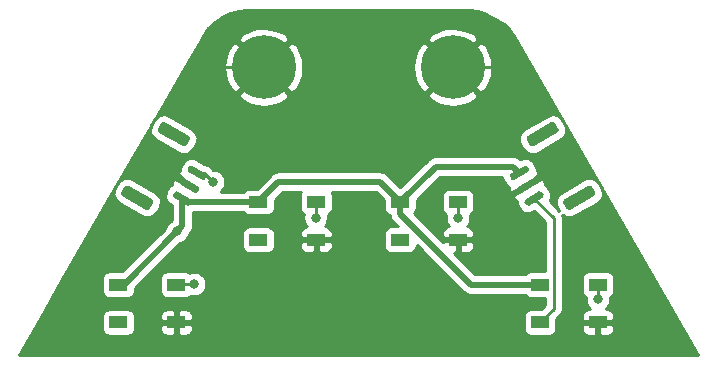
<source format=gbr>
%TF.GenerationSoftware,KiCad,Pcbnew,(5.1.6)-1*%
%TF.CreationDate,2020-11-09T21:27:46-05:00*%
%TF.ProjectId,LIghtBoard,4c496768-7442-46f6-9172-642e6b696361,rev?*%
%TF.SameCoordinates,Original*%
%TF.FileFunction,Copper,L1,Top*%
%TF.FilePolarity,Positive*%
%FSLAX46Y46*%
G04 Gerber Fmt 4.6, Leading zero omitted, Abs format (unit mm)*
G04 Created by KiCad (PCBNEW (5.1.6)-1) date 2020-11-09 21:27:46*
%MOMM*%
%LPD*%
G01*
G04 APERTURE LIST*
%TA.AperFunction,ComponentPad*%
%ADD10C,5.400000*%
%TD*%
%TA.AperFunction,SMDPad,CuDef*%
%ADD11R,1.500000X1.000000*%
%TD*%
%TA.AperFunction,ViaPad*%
%ADD12C,0.800000*%
%TD*%
%TA.AperFunction,Conductor*%
%ADD13C,0.250000*%
%TD*%
%TA.AperFunction,Conductor*%
%ADD14C,0.500000*%
%TD*%
%TA.AperFunction,Conductor*%
%ADD15C,0.254000*%
%TD*%
G04 APERTURE END LIST*
D10*
%TO.P,H1,1*%
%TO.N,GND*%
X123900000Y-85100000D03*
%TD*%
D11*
%TO.P,D4,3*%
%TO.N,GND*%
X152200000Y-106700000D03*
%TO.P,D4,4*%
%TO.N,Net-(D1-Pad4)*%
X152200000Y-103500000D03*
%TO.P,D4,2*%
%TO.N,/Dout*%
X147300000Y-106700000D03*
%TO.P,D4,1*%
%TO.N,5V*%
X147300000Y-103500000D03*
%TD*%
%TO.P,D3,3*%
%TO.N,GND*%
X140350000Y-99700000D03*
%TO.P,D3,4*%
%TO.N,Net-(D1-Pad4)*%
X140350000Y-96500000D03*
%TO.P,D3,2*%
%TO.N,Net-(D3-Pad2)*%
X135450000Y-99700000D03*
%TO.P,D3,1*%
%TO.N,5V*%
X135450000Y-96500000D03*
%TD*%
%TO.P,D2,3*%
%TO.N,GND*%
X128350000Y-99700000D03*
%TO.P,D2,4*%
%TO.N,Net-(D1-Pad4)*%
X128350000Y-96500000D03*
%TO.P,D2,2*%
%TO.N,Net-(D2-Pad2)*%
X123450000Y-99700000D03*
%TO.P,D2,1*%
%TO.N,5V*%
X123450000Y-96500000D03*
%TD*%
%TO.P,J2,MP*%
%TO.N,N/C*%
%TA.AperFunction,SMDPad,CuDef*%
G36*
G01*
X149366507Y-96276666D02*
X151358365Y-95126667D01*
G75*
G02*
X151699871Y-95218173I125000J-216506D01*
G01*
X151949871Y-95651185D01*
G75*
G02*
X151858365Y-95992691I-216506J-125000D01*
G01*
X149866507Y-97142691D01*
G75*
G02*
X149525001Y-97051185I-125000J216506D01*
G01*
X149275001Y-96618173D01*
G75*
G02*
X149366507Y-96276667I216506J125000D01*
G01*
G37*
%TD.AperFunction*%
%TA.AperFunction,SMDPad,CuDef*%
G36*
G01*
X146266507Y-90907308D02*
X148258365Y-89757309D01*
G75*
G02*
X148599871Y-89848815I125000J-216506D01*
G01*
X148849871Y-90281827D01*
G75*
G02*
X148758365Y-90623333I-216506J-125000D01*
G01*
X146766507Y-91773333D01*
G75*
G02*
X146425001Y-91681827I-125000J216506D01*
G01*
X146175001Y-91248815D01*
G75*
G02*
X146266507Y-90907309I216506J125000D01*
G01*
G37*
%TD.AperFunction*%
%TO.P,J2,3*%
%TO.N,/Dout*%
%TA.AperFunction,SMDPad,CuDef*%
G36*
G01*
X146030032Y-96297724D02*
X147242468Y-95597724D01*
G75*
G02*
X147447372Y-95652628I75000J-129904D01*
G01*
X147597372Y-95912436D01*
G75*
G02*
X147542468Y-96117340I-129904J-75000D01*
G01*
X146330032Y-96817340D01*
G75*
G02*
X146125128Y-96762436I-75000J129904D01*
G01*
X145975128Y-96502628D01*
G75*
G02*
X146030032Y-96297724I129904J75000D01*
G01*
G37*
%TD.AperFunction*%
%TO.P,J2,2*%
%TO.N,GND*%
%TA.AperFunction,SMDPad,CuDef*%
G36*
G01*
X145405032Y-95215192D02*
X146617468Y-94515192D01*
G75*
G02*
X146822372Y-94570096I75000J-129904D01*
G01*
X146972372Y-94829904D01*
G75*
G02*
X146917468Y-95034808I-129904J-75000D01*
G01*
X145705032Y-95734808D01*
G75*
G02*
X145500128Y-95679904I-75000J129904D01*
G01*
X145350128Y-95420096D01*
G75*
G02*
X145405032Y-95215192I129904J75000D01*
G01*
G37*
%TD.AperFunction*%
%TO.P,J2,1*%
%TO.N,5V*%
%TA.AperFunction,SMDPad,CuDef*%
G36*
G01*
X144780032Y-94132660D02*
X145992468Y-93432660D01*
G75*
G02*
X146197372Y-93487564I75000J-129904D01*
G01*
X146347372Y-93747372D01*
G75*
G02*
X146292468Y-93952276I-129904J-75000D01*
G01*
X145080032Y-94652276D01*
G75*
G02*
X144875128Y-94597372I-75000J129904D01*
G01*
X144725128Y-94337564D01*
G75*
G02*
X144780032Y-94132660I129904J75000D01*
G01*
G37*
%TD.AperFunction*%
%TD*%
%TO.P,J1,MP*%
%TO.N,N/C*%
%TA.AperFunction,SMDPad,CuDef*%
G36*
G01*
X117033493Y-91773334D02*
X115041635Y-90623333D01*
G75*
G02*
X114950129Y-90281827I125000J216506D01*
G01*
X115200129Y-89848815D01*
G75*
G02*
X115541635Y-89757309I216506J-125000D01*
G01*
X117533493Y-90907309D01*
G75*
G02*
X117624999Y-91248815I-125000J-216506D01*
G01*
X117374999Y-91681827D01*
G75*
G02*
X117033493Y-91773333I-216506J125000D01*
G01*
G37*
%TD.AperFunction*%
%TA.AperFunction,SMDPad,CuDef*%
G36*
G01*
X113933493Y-97142692D02*
X111941635Y-95992691D01*
G75*
G02*
X111850129Y-95651185I125000J216506D01*
G01*
X112100129Y-95218173D01*
G75*
G02*
X112441635Y-95126667I216506J-125000D01*
G01*
X114433493Y-96276667D01*
G75*
G02*
X114524999Y-96618173I-125000J-216506D01*
G01*
X114274999Y-97051185D01*
G75*
G02*
X113933493Y-97142691I-216506J125000D01*
G01*
G37*
%TD.AperFunction*%
%TO.P,J1,3*%
%TO.N,/Din*%
%TA.AperFunction,SMDPad,CuDef*%
G36*
G01*
X118719968Y-94652276D02*
X117507532Y-93952276D01*
G75*
G02*
X117452628Y-93747372I75000J129904D01*
G01*
X117602628Y-93487564D01*
G75*
G02*
X117807532Y-93432660I129904J-75000D01*
G01*
X119019968Y-94132660D01*
G75*
G02*
X119074872Y-94337564I-75000J-129904D01*
G01*
X118924872Y-94597372D01*
G75*
G02*
X118719968Y-94652276I-129904J75000D01*
G01*
G37*
%TD.AperFunction*%
%TO.P,J1,2*%
%TO.N,GND*%
%TA.AperFunction,SMDPad,CuDef*%
G36*
G01*
X118094968Y-95734808D02*
X116882532Y-95034808D01*
G75*
G02*
X116827628Y-94829904I75000J129904D01*
G01*
X116977628Y-94570096D01*
G75*
G02*
X117182532Y-94515192I129904J-75000D01*
G01*
X118394968Y-95215192D01*
G75*
G02*
X118449872Y-95420096I-75000J-129904D01*
G01*
X118299872Y-95679904D01*
G75*
G02*
X118094968Y-95734808I-129904J75000D01*
G01*
G37*
%TD.AperFunction*%
%TO.P,J1,1*%
%TO.N,5V*%
%TA.AperFunction,SMDPad,CuDef*%
G36*
G01*
X117469968Y-96817340D02*
X116257532Y-96117340D01*
G75*
G02*
X116202628Y-95912436I75000J129904D01*
G01*
X116352628Y-95652628D01*
G75*
G02*
X116557532Y-95597724I129904J-75000D01*
G01*
X117769968Y-96297724D01*
G75*
G02*
X117824872Y-96502628I-75000J-129904D01*
G01*
X117674872Y-96762436D01*
G75*
G02*
X117469968Y-96817340I-129904J75000D01*
G01*
G37*
%TD.AperFunction*%
%TD*%
D10*
%TO.P,H2,1*%
%TO.N,GND*%
X139900000Y-85100000D03*
%TD*%
D11*
%TO.P,D1,1*%
%TO.N,5V*%
X111600000Y-103500000D03*
%TO.P,D1,2*%
%TO.N,Net-(D1-Pad2)*%
X111600000Y-106700000D03*
%TO.P,D1,4*%
%TO.N,Net-(D1-Pad4)*%
X116500000Y-103500000D03*
%TO.P,D1,3*%
%TO.N,GND*%
X116500000Y-106700000D03*
%TD*%
D12*
%TO.N,GND*%
X143900000Y-100600000D03*
X131900000Y-99700000D03*
%TO.N,5V*%
X116550000Y-99000000D03*
%TO.N,Net-(D1-Pad4)*%
X128300000Y-97850000D03*
X140350000Y-97850000D03*
X152200000Y-104750000D03*
X118000000Y-103450000D03*
%TO.N,/Din*%
X119600000Y-94800000D03*
%TD*%
D13*
%TO.N,GND*%
X114592160Y-92078410D02*
X117638750Y-95125000D01*
X123900000Y-85100000D02*
X119478018Y-85100000D01*
X149207840Y-92078410D02*
X146161250Y-95125000D01*
X139900000Y-85100000D02*
X144321982Y-85100000D01*
X117638750Y-95125000D02*
X117282448Y-94768698D01*
X116500000Y-106700000D02*
X121350000Y-106700000D01*
D14*
%TO.N,5V*%
X135450000Y-96500000D02*
X138450000Y-93500000D01*
X144993782Y-93500000D02*
X145536250Y-94042468D01*
X138450000Y-93500000D02*
X144993782Y-93500000D01*
X141450000Y-103500000D02*
X147300000Y-103500000D01*
X135450000Y-97500000D02*
X141450000Y-103500000D01*
X135450000Y-96500000D02*
X135450000Y-97500000D01*
X123450000Y-96500000D02*
X125150000Y-94800000D01*
X133750000Y-94800000D02*
X135450000Y-96500000D01*
X125150000Y-94800000D02*
X133750000Y-94800000D01*
X117013750Y-98536250D02*
X116550000Y-99000000D01*
X117013750Y-96207532D02*
X117013750Y-98536250D01*
X112050000Y-103500000D02*
X111600000Y-103500000D01*
X116550000Y-99000000D02*
X112050000Y-103500000D01*
X117013750Y-96207532D02*
X117207532Y-96207532D01*
X117500000Y-96500000D02*
X123450000Y-96500000D01*
X117207532Y-96207532D02*
X117500000Y-96500000D01*
D13*
%TO.N,Net-(D1-Pad4)*%
X116550000Y-103450000D02*
X116500000Y-103500000D01*
X118000000Y-103450000D02*
X116550000Y-103450000D01*
X140350000Y-97850000D02*
X140350000Y-96500000D01*
X128300000Y-96550000D02*
X128350000Y-96500000D01*
X128300000Y-97850000D02*
X128300000Y-96550000D01*
X152200000Y-104750000D02*
X152200000Y-103500000D01*
%TO.N,/Dout*%
X148475001Y-97896283D02*
X146786250Y-96207532D01*
X148475001Y-105524999D02*
X148475001Y-97896283D01*
X147300000Y-106700000D02*
X148475001Y-105524999D01*
%TO.N,/Din*%
X118842468Y-94042468D02*
X119600000Y-94800000D01*
X118263750Y-94042468D02*
X118842468Y-94042468D01*
%TD*%
D15*
%TO.N,GND*%
G36*
X142068082Y-80331175D02*
G01*
X142565649Y-80467294D01*
X144230062Y-81415622D01*
X144673272Y-81872980D01*
X145069997Y-82449826D01*
X160656702Y-109440000D01*
X103143297Y-109440000D01*
X105014382Y-106200000D01*
X110211928Y-106200000D01*
X110211928Y-107200000D01*
X110224188Y-107324482D01*
X110260498Y-107444180D01*
X110319463Y-107554494D01*
X110398815Y-107651185D01*
X110495506Y-107730537D01*
X110605820Y-107789502D01*
X110725518Y-107825812D01*
X110850000Y-107838072D01*
X112350000Y-107838072D01*
X112474482Y-107825812D01*
X112594180Y-107789502D01*
X112704494Y-107730537D01*
X112801185Y-107651185D01*
X112880537Y-107554494D01*
X112939502Y-107444180D01*
X112975812Y-107324482D01*
X112988072Y-107200000D01*
X115111928Y-107200000D01*
X115124188Y-107324482D01*
X115160498Y-107444180D01*
X115219463Y-107554494D01*
X115298815Y-107651185D01*
X115395506Y-107730537D01*
X115505820Y-107789502D01*
X115625518Y-107825812D01*
X115750000Y-107838072D01*
X116214250Y-107835000D01*
X116373000Y-107676250D01*
X116373000Y-106827000D01*
X116627000Y-106827000D01*
X116627000Y-107676250D01*
X116785750Y-107835000D01*
X117250000Y-107838072D01*
X117374482Y-107825812D01*
X117494180Y-107789502D01*
X117604494Y-107730537D01*
X117701185Y-107651185D01*
X117780537Y-107554494D01*
X117839502Y-107444180D01*
X117875812Y-107324482D01*
X117888072Y-107200000D01*
X117885000Y-106985750D01*
X117726250Y-106827000D01*
X116627000Y-106827000D01*
X116373000Y-106827000D01*
X115273750Y-106827000D01*
X115115000Y-106985750D01*
X115111928Y-107200000D01*
X112988072Y-107200000D01*
X112988072Y-106200000D01*
X115111928Y-106200000D01*
X115115000Y-106414250D01*
X115273750Y-106573000D01*
X116373000Y-106573000D01*
X116373000Y-105723750D01*
X116627000Y-105723750D01*
X116627000Y-106573000D01*
X117726250Y-106573000D01*
X117885000Y-106414250D01*
X117888072Y-106200000D01*
X117875812Y-106075518D01*
X117839502Y-105955820D01*
X117780537Y-105845506D01*
X117701185Y-105748815D01*
X117604494Y-105669463D01*
X117494180Y-105610498D01*
X117374482Y-105574188D01*
X117250000Y-105561928D01*
X116785750Y-105565000D01*
X116627000Y-105723750D01*
X116373000Y-105723750D01*
X116214250Y-105565000D01*
X115750000Y-105561928D01*
X115625518Y-105574188D01*
X115505820Y-105610498D01*
X115395506Y-105669463D01*
X115298815Y-105748815D01*
X115219463Y-105845506D01*
X115160498Y-105955820D01*
X115124188Y-106075518D01*
X115111928Y-106200000D01*
X112988072Y-106200000D01*
X112975812Y-106075518D01*
X112939502Y-105955820D01*
X112880537Y-105845506D01*
X112801185Y-105748815D01*
X112704494Y-105669463D01*
X112594180Y-105610498D01*
X112474482Y-105574188D01*
X112350000Y-105561928D01*
X110850000Y-105561928D01*
X110725518Y-105574188D01*
X110605820Y-105610498D01*
X110495506Y-105669463D01*
X110398815Y-105748815D01*
X110319463Y-105845506D01*
X110260498Y-105955820D01*
X110224188Y-106075518D01*
X110211928Y-106200000D01*
X105014382Y-106200000D01*
X106862367Y-103000000D01*
X110211928Y-103000000D01*
X110211928Y-104000000D01*
X110224188Y-104124482D01*
X110260498Y-104244180D01*
X110319463Y-104354494D01*
X110398815Y-104451185D01*
X110495506Y-104530537D01*
X110605820Y-104589502D01*
X110725518Y-104625812D01*
X110850000Y-104638072D01*
X112350000Y-104638072D01*
X112474482Y-104625812D01*
X112594180Y-104589502D01*
X112704494Y-104530537D01*
X112801185Y-104451185D01*
X112880537Y-104354494D01*
X112939502Y-104244180D01*
X112975812Y-104124482D01*
X112988072Y-104000000D01*
X112988072Y-103813506D01*
X113801578Y-103000000D01*
X115111928Y-103000000D01*
X115111928Y-104000000D01*
X115124188Y-104124482D01*
X115160498Y-104244180D01*
X115219463Y-104354494D01*
X115298815Y-104451185D01*
X115395506Y-104530537D01*
X115505820Y-104589502D01*
X115625518Y-104625812D01*
X115750000Y-104638072D01*
X117250000Y-104638072D01*
X117374482Y-104625812D01*
X117494180Y-104589502D01*
X117604494Y-104530537D01*
X117701185Y-104451185D01*
X117704956Y-104446589D01*
X117898061Y-104485000D01*
X118101939Y-104485000D01*
X118301898Y-104445226D01*
X118490256Y-104367205D01*
X118659774Y-104253937D01*
X118803937Y-104109774D01*
X118917205Y-103940256D01*
X118995226Y-103751898D01*
X119035000Y-103551939D01*
X119035000Y-103348061D01*
X118995226Y-103148102D01*
X118917205Y-102959744D01*
X118803937Y-102790226D01*
X118659774Y-102646063D01*
X118490256Y-102532795D01*
X118301898Y-102454774D01*
X118101939Y-102415000D01*
X117898061Y-102415000D01*
X117698102Y-102454774D01*
X117623998Y-102485469D01*
X117604494Y-102469463D01*
X117494180Y-102410498D01*
X117374482Y-102374188D01*
X117250000Y-102361928D01*
X115750000Y-102361928D01*
X115625518Y-102374188D01*
X115505820Y-102410498D01*
X115395506Y-102469463D01*
X115298815Y-102548815D01*
X115219463Y-102645506D01*
X115160498Y-102755820D01*
X115124188Y-102875518D01*
X115111928Y-103000000D01*
X113801578Y-103000000D01*
X116795044Y-100006535D01*
X116851898Y-99995226D01*
X117040256Y-99917205D01*
X117209774Y-99803937D01*
X117353937Y-99659774D01*
X117467205Y-99490256D01*
X117545226Y-99301898D01*
X117556535Y-99245043D01*
X117601578Y-99200000D01*
X122061928Y-99200000D01*
X122061928Y-100200000D01*
X122074188Y-100324482D01*
X122110498Y-100444180D01*
X122169463Y-100554494D01*
X122248815Y-100651185D01*
X122345506Y-100730537D01*
X122455820Y-100789502D01*
X122575518Y-100825812D01*
X122700000Y-100838072D01*
X124200000Y-100838072D01*
X124324482Y-100825812D01*
X124444180Y-100789502D01*
X124554494Y-100730537D01*
X124651185Y-100651185D01*
X124730537Y-100554494D01*
X124789502Y-100444180D01*
X124825812Y-100324482D01*
X124838072Y-100200000D01*
X126961928Y-100200000D01*
X126974188Y-100324482D01*
X127010498Y-100444180D01*
X127069463Y-100554494D01*
X127148815Y-100651185D01*
X127245506Y-100730537D01*
X127355820Y-100789502D01*
X127475518Y-100825812D01*
X127600000Y-100838072D01*
X128064250Y-100835000D01*
X128223000Y-100676250D01*
X128223000Y-99827000D01*
X128477000Y-99827000D01*
X128477000Y-100676250D01*
X128635750Y-100835000D01*
X129100000Y-100838072D01*
X129224482Y-100825812D01*
X129344180Y-100789502D01*
X129454494Y-100730537D01*
X129551185Y-100651185D01*
X129630537Y-100554494D01*
X129689502Y-100444180D01*
X129725812Y-100324482D01*
X129738072Y-100200000D01*
X129735000Y-99985750D01*
X129576250Y-99827000D01*
X128477000Y-99827000D01*
X128223000Y-99827000D01*
X127123750Y-99827000D01*
X126965000Y-99985750D01*
X126961928Y-100200000D01*
X124838072Y-100200000D01*
X124838072Y-99200000D01*
X124825812Y-99075518D01*
X124789502Y-98955820D01*
X124730537Y-98845506D01*
X124651185Y-98748815D01*
X124554494Y-98669463D01*
X124444180Y-98610498D01*
X124324482Y-98574188D01*
X124200000Y-98561928D01*
X122700000Y-98561928D01*
X122575518Y-98574188D01*
X122455820Y-98610498D01*
X122345506Y-98669463D01*
X122248815Y-98748815D01*
X122169463Y-98845506D01*
X122110498Y-98955820D01*
X122074188Y-99075518D01*
X122061928Y-99200000D01*
X117601578Y-99200000D01*
X117608794Y-99192784D01*
X117642567Y-99165067D01*
X117753161Y-99030309D01*
X117794250Y-98953436D01*
X117835339Y-98876564D01*
X117885945Y-98709740D01*
X117890848Y-98659960D01*
X117898750Y-98579727D01*
X117898750Y-98579719D01*
X117903031Y-98536250D01*
X117898750Y-98492781D01*
X117898750Y-97390986D01*
X117908377Y-97385000D01*
X122194499Y-97385000D01*
X122248815Y-97451185D01*
X122345506Y-97530537D01*
X122455820Y-97589502D01*
X122575518Y-97625812D01*
X122700000Y-97638072D01*
X124200000Y-97638072D01*
X124324482Y-97625812D01*
X124444180Y-97589502D01*
X124554494Y-97530537D01*
X124651185Y-97451185D01*
X124730537Y-97354494D01*
X124789502Y-97244180D01*
X124825812Y-97124482D01*
X124838072Y-97000000D01*
X124838072Y-96363506D01*
X125516579Y-95685000D01*
X127048353Y-95685000D01*
X127010498Y-95755820D01*
X126974188Y-95875518D01*
X126961928Y-96000000D01*
X126961928Y-97000000D01*
X126974188Y-97124482D01*
X127010498Y-97244180D01*
X127069463Y-97354494D01*
X127148815Y-97451185D01*
X127245506Y-97530537D01*
X127302236Y-97560860D01*
X127265000Y-97748061D01*
X127265000Y-97951939D01*
X127304774Y-98151898D01*
X127382795Y-98340256D01*
X127496063Y-98509774D01*
X127552860Y-98566571D01*
X127475518Y-98574188D01*
X127355820Y-98610498D01*
X127245506Y-98669463D01*
X127148815Y-98748815D01*
X127069463Y-98845506D01*
X127010498Y-98955820D01*
X126974188Y-99075518D01*
X126961928Y-99200000D01*
X126965000Y-99414250D01*
X127123750Y-99573000D01*
X128223000Y-99573000D01*
X128223000Y-99553000D01*
X128477000Y-99553000D01*
X128477000Y-99573000D01*
X129576250Y-99573000D01*
X129735000Y-99414250D01*
X129738072Y-99200000D01*
X129725812Y-99075518D01*
X129689502Y-98955820D01*
X129630537Y-98845506D01*
X129551185Y-98748815D01*
X129454494Y-98669463D01*
X129344180Y-98610498D01*
X129224482Y-98574188D01*
X129100000Y-98561928D01*
X129051462Y-98562249D01*
X129103937Y-98509774D01*
X129217205Y-98340256D01*
X129295226Y-98151898D01*
X129335000Y-97951939D01*
X129335000Y-97748061D01*
X129305778Y-97601151D01*
X129344180Y-97589502D01*
X129454494Y-97530537D01*
X129551185Y-97451185D01*
X129630537Y-97354494D01*
X129689502Y-97244180D01*
X129725812Y-97124482D01*
X129738072Y-97000000D01*
X129738072Y-96000000D01*
X129725812Y-95875518D01*
X129689502Y-95755820D01*
X129651647Y-95685000D01*
X133383422Y-95685000D01*
X134061928Y-96363507D01*
X134061928Y-97000000D01*
X134074188Y-97124482D01*
X134110498Y-97244180D01*
X134169463Y-97354494D01*
X134248815Y-97451185D01*
X134345506Y-97530537D01*
X134455820Y-97589502D01*
X134573035Y-97625059D01*
X134577805Y-97673490D01*
X134628412Y-97840313D01*
X134710590Y-97994059D01*
X134793468Y-98095046D01*
X134793471Y-98095049D01*
X134821184Y-98128817D01*
X134854952Y-98156530D01*
X135260350Y-98561928D01*
X134700000Y-98561928D01*
X134575518Y-98574188D01*
X134455820Y-98610498D01*
X134345506Y-98669463D01*
X134248815Y-98748815D01*
X134169463Y-98845506D01*
X134110498Y-98955820D01*
X134074188Y-99075518D01*
X134061928Y-99200000D01*
X134061928Y-100200000D01*
X134074188Y-100324482D01*
X134110498Y-100444180D01*
X134169463Y-100554494D01*
X134248815Y-100651185D01*
X134345506Y-100730537D01*
X134455820Y-100789502D01*
X134575518Y-100825812D01*
X134700000Y-100838072D01*
X136200000Y-100838072D01*
X136324482Y-100825812D01*
X136444180Y-100789502D01*
X136554494Y-100730537D01*
X136651185Y-100651185D01*
X136730537Y-100554494D01*
X136789502Y-100444180D01*
X136825812Y-100324482D01*
X136838072Y-100200000D01*
X136838072Y-100139650D01*
X140793470Y-104095049D01*
X140821183Y-104128817D01*
X140854951Y-104156530D01*
X140854953Y-104156532D01*
X140906704Y-104199003D01*
X140955941Y-104239411D01*
X141109687Y-104321589D01*
X141276510Y-104372195D01*
X141406523Y-104385000D01*
X141406533Y-104385000D01*
X141449999Y-104389281D01*
X141493465Y-104385000D01*
X146044499Y-104385000D01*
X146098815Y-104451185D01*
X146195506Y-104530537D01*
X146305820Y-104589502D01*
X146425518Y-104625812D01*
X146550000Y-104638072D01*
X147715001Y-104638072D01*
X147715001Y-105210197D01*
X147363270Y-105561928D01*
X146550000Y-105561928D01*
X146425518Y-105574188D01*
X146305820Y-105610498D01*
X146195506Y-105669463D01*
X146098815Y-105748815D01*
X146019463Y-105845506D01*
X145960498Y-105955820D01*
X145924188Y-106075518D01*
X145911928Y-106200000D01*
X145911928Y-107200000D01*
X145924188Y-107324482D01*
X145960498Y-107444180D01*
X146019463Y-107554494D01*
X146098815Y-107651185D01*
X146195506Y-107730537D01*
X146305820Y-107789502D01*
X146425518Y-107825812D01*
X146550000Y-107838072D01*
X148050000Y-107838072D01*
X148174482Y-107825812D01*
X148294180Y-107789502D01*
X148404494Y-107730537D01*
X148501185Y-107651185D01*
X148580537Y-107554494D01*
X148639502Y-107444180D01*
X148675812Y-107324482D01*
X148688072Y-107200000D01*
X150811928Y-107200000D01*
X150824188Y-107324482D01*
X150860498Y-107444180D01*
X150919463Y-107554494D01*
X150998815Y-107651185D01*
X151095506Y-107730537D01*
X151205820Y-107789502D01*
X151325518Y-107825812D01*
X151450000Y-107838072D01*
X151914250Y-107835000D01*
X152073000Y-107676250D01*
X152073000Y-106827000D01*
X152327000Y-106827000D01*
X152327000Y-107676250D01*
X152485750Y-107835000D01*
X152950000Y-107838072D01*
X153074482Y-107825812D01*
X153194180Y-107789502D01*
X153304494Y-107730537D01*
X153401185Y-107651185D01*
X153480537Y-107554494D01*
X153539502Y-107444180D01*
X153575812Y-107324482D01*
X153588072Y-107200000D01*
X153585000Y-106985750D01*
X153426250Y-106827000D01*
X152327000Y-106827000D01*
X152073000Y-106827000D01*
X150973750Y-106827000D01*
X150815000Y-106985750D01*
X150811928Y-107200000D01*
X148688072Y-107200000D01*
X148688072Y-106386730D01*
X148986005Y-106088797D01*
X149015002Y-106065000D01*
X149109975Y-105949275D01*
X149180547Y-105817246D01*
X149224004Y-105673985D01*
X149235001Y-105562332D01*
X149235001Y-105562323D01*
X149238677Y-105525000D01*
X149235001Y-105487677D01*
X149235001Y-103000000D01*
X150811928Y-103000000D01*
X150811928Y-104000000D01*
X150824188Y-104124482D01*
X150860498Y-104244180D01*
X150919463Y-104354494D01*
X150998815Y-104451185D01*
X151095506Y-104530537D01*
X151179452Y-104575408D01*
X151165000Y-104648061D01*
X151165000Y-104851939D01*
X151204774Y-105051898D01*
X151282795Y-105240256D01*
X151396063Y-105409774D01*
X151540226Y-105553937D01*
X151553207Y-105562611D01*
X151450000Y-105561928D01*
X151325518Y-105574188D01*
X151205820Y-105610498D01*
X151095506Y-105669463D01*
X150998815Y-105748815D01*
X150919463Y-105845506D01*
X150860498Y-105955820D01*
X150824188Y-106075518D01*
X150811928Y-106200000D01*
X150815000Y-106414250D01*
X150973750Y-106573000D01*
X152073000Y-106573000D01*
X152073000Y-106553000D01*
X152327000Y-106553000D01*
X152327000Y-106573000D01*
X153426250Y-106573000D01*
X153585000Y-106414250D01*
X153588072Y-106200000D01*
X153575812Y-106075518D01*
X153539502Y-105955820D01*
X153480537Y-105845506D01*
X153401185Y-105748815D01*
X153304494Y-105669463D01*
X153194180Y-105610498D01*
X153074482Y-105574188D01*
X152950000Y-105561928D01*
X152846793Y-105562611D01*
X152859774Y-105553937D01*
X153003937Y-105409774D01*
X153117205Y-105240256D01*
X153195226Y-105051898D01*
X153235000Y-104851939D01*
X153235000Y-104648061D01*
X153220548Y-104575408D01*
X153304494Y-104530537D01*
X153401185Y-104451185D01*
X153480537Y-104354494D01*
X153539502Y-104244180D01*
X153575812Y-104124482D01*
X153588072Y-104000000D01*
X153588072Y-103000000D01*
X153575812Y-102875518D01*
X153539502Y-102755820D01*
X153480537Y-102645506D01*
X153401185Y-102548815D01*
X153304494Y-102469463D01*
X153194180Y-102410498D01*
X153074482Y-102374188D01*
X152950000Y-102361928D01*
X151450000Y-102361928D01*
X151325518Y-102374188D01*
X151205820Y-102410498D01*
X151095506Y-102469463D01*
X150998815Y-102548815D01*
X150919463Y-102645506D01*
X150860498Y-102755820D01*
X150824188Y-102875518D01*
X150811928Y-103000000D01*
X149235001Y-103000000D01*
X149235001Y-97933616D01*
X149238678Y-97896283D01*
X149224004Y-97747297D01*
X149183792Y-97614732D01*
X149200883Y-97630740D01*
X149348723Y-97722673D01*
X149511657Y-97783997D01*
X149683424Y-97812356D01*
X149857424Y-97806659D01*
X150026968Y-97767127D01*
X150185543Y-97695278D01*
X152177401Y-96545278D01*
X152318912Y-96443872D01*
X152437920Y-96316808D01*
X152529853Y-96168969D01*
X152591177Y-96006034D01*
X152619536Y-95834267D01*
X152613839Y-95660268D01*
X152574307Y-95490723D01*
X152502458Y-95332148D01*
X152252458Y-94899136D01*
X152151053Y-94757626D01*
X152023989Y-94638618D01*
X151876149Y-94546685D01*
X151713215Y-94485361D01*
X151541448Y-94457002D01*
X151367448Y-94462699D01*
X151197904Y-94502231D01*
X151039329Y-94574080D01*
X149047471Y-95724080D01*
X148905960Y-95825486D01*
X148786952Y-95952550D01*
X148695019Y-96100389D01*
X148633695Y-96263324D01*
X148605336Y-96435091D01*
X148611033Y-96609090D01*
X148650565Y-96778635D01*
X148722414Y-96937210D01*
X148902298Y-97248779D01*
X148103429Y-96449910D01*
X148174268Y-96335992D01*
X148228687Y-96191405D01*
X148253853Y-96038979D01*
X148248798Y-95884572D01*
X148213717Y-95734119D01*
X148149959Y-95593400D01*
X147999959Y-95333592D01*
X147909972Y-95208016D01*
X147797216Y-95102409D01*
X147679508Y-95029214D01*
X147684077Y-95001540D01*
X147679985Y-94876523D01*
X147651582Y-94754706D01*
X147599958Y-94640772D01*
X147590173Y-94629967D01*
X147373316Y-94571860D01*
X146334735Y-95171485D01*
X146344735Y-95188806D01*
X146124765Y-95315806D01*
X146114765Y-95298485D01*
X145076184Y-95898110D01*
X145018077Y-96114967D01*
X145022542Y-96128844D01*
X145095400Y-96230518D01*
X145186695Y-96316025D01*
X145292917Y-96382077D01*
X145319167Y-96391957D01*
X145323702Y-96530492D01*
X145358783Y-96680945D01*
X145422541Y-96821664D01*
X145572541Y-97081472D01*
X145662528Y-97207048D01*
X145775284Y-97312655D01*
X145906477Y-97394236D01*
X146051064Y-97448655D01*
X146203490Y-97473821D01*
X146357896Y-97468766D01*
X146508349Y-97433685D01*
X146649068Y-97369926D01*
X146791569Y-97287653D01*
X147715002Y-98211086D01*
X147715001Y-102361928D01*
X146550000Y-102361928D01*
X146425518Y-102374188D01*
X146305820Y-102410498D01*
X146195506Y-102469463D01*
X146098815Y-102548815D01*
X146044499Y-102615000D01*
X141816579Y-102615000D01*
X140036761Y-100835182D01*
X140064250Y-100835000D01*
X140223000Y-100676250D01*
X140223000Y-99827000D01*
X140477000Y-99827000D01*
X140477000Y-100676250D01*
X140635750Y-100835000D01*
X141100000Y-100838072D01*
X141224482Y-100825812D01*
X141344180Y-100789502D01*
X141454494Y-100730537D01*
X141551185Y-100651185D01*
X141630537Y-100554494D01*
X141689502Y-100444180D01*
X141725812Y-100324482D01*
X141738072Y-100200000D01*
X141735000Y-99985750D01*
X141576250Y-99827000D01*
X140477000Y-99827000D01*
X140223000Y-99827000D01*
X139123750Y-99827000D01*
X139076164Y-99874586D01*
X136651896Y-97450318D01*
X136730537Y-97354494D01*
X136789502Y-97244180D01*
X136825812Y-97124482D01*
X136838072Y-97000000D01*
X136838072Y-96363506D01*
X137201578Y-96000000D01*
X138961928Y-96000000D01*
X138961928Y-97000000D01*
X138974188Y-97124482D01*
X139010498Y-97244180D01*
X139069463Y-97354494D01*
X139148815Y-97451185D01*
X139245506Y-97530537D01*
X139347431Y-97585018D01*
X139315000Y-97748061D01*
X139315000Y-97951939D01*
X139354774Y-98151898D01*
X139432795Y-98340256D01*
X139546063Y-98509774D01*
X139598377Y-98562088D01*
X139475518Y-98574188D01*
X139355820Y-98610498D01*
X139245506Y-98669463D01*
X139148815Y-98748815D01*
X139069463Y-98845506D01*
X139010498Y-98955820D01*
X138974188Y-99075518D01*
X138961928Y-99200000D01*
X138965000Y-99414250D01*
X139123750Y-99573000D01*
X140223000Y-99573000D01*
X140223000Y-99553000D01*
X140477000Y-99553000D01*
X140477000Y-99573000D01*
X141576250Y-99573000D01*
X141735000Y-99414250D01*
X141738072Y-99200000D01*
X141725812Y-99075518D01*
X141689502Y-98955820D01*
X141630537Y-98845506D01*
X141551185Y-98748815D01*
X141454494Y-98669463D01*
X141344180Y-98610498D01*
X141224482Y-98574188D01*
X141101623Y-98562088D01*
X141153937Y-98509774D01*
X141267205Y-98340256D01*
X141345226Y-98151898D01*
X141385000Y-97951939D01*
X141385000Y-97748061D01*
X141352569Y-97585018D01*
X141454494Y-97530537D01*
X141551185Y-97451185D01*
X141630537Y-97354494D01*
X141689502Y-97244180D01*
X141725812Y-97124482D01*
X141738072Y-97000000D01*
X141738072Y-96000000D01*
X141725812Y-95875518D01*
X141689502Y-95755820D01*
X141630537Y-95645506D01*
X141551185Y-95548815D01*
X141454494Y-95469463D01*
X141344180Y-95410498D01*
X141224482Y-95374188D01*
X141100000Y-95361928D01*
X139600000Y-95361928D01*
X139475518Y-95374188D01*
X139355820Y-95410498D01*
X139245506Y-95469463D01*
X139148815Y-95548815D01*
X139069463Y-95645506D01*
X139010498Y-95755820D01*
X138974188Y-95875518D01*
X138961928Y-96000000D01*
X137201578Y-96000000D01*
X138816579Y-94385000D01*
X144078266Y-94385000D01*
X144108783Y-94515881D01*
X144172541Y-94656600D01*
X144322541Y-94916408D01*
X144412528Y-95041984D01*
X144525284Y-95147591D01*
X144642992Y-95220786D01*
X144638423Y-95248460D01*
X144642515Y-95373477D01*
X144670918Y-95495294D01*
X144722542Y-95609228D01*
X144732327Y-95620033D01*
X144949184Y-95678140D01*
X145987765Y-95078515D01*
X145977765Y-95061194D01*
X146197735Y-94934194D01*
X146207735Y-94951515D01*
X147246316Y-94351890D01*
X147304423Y-94135033D01*
X147299958Y-94121156D01*
X147227100Y-94019482D01*
X147135805Y-93933975D01*
X147029583Y-93867923D01*
X147003333Y-93858043D01*
X146998798Y-93719508D01*
X146963717Y-93569055D01*
X146899959Y-93428336D01*
X146749959Y-93168528D01*
X146659972Y-93042952D01*
X146547216Y-92937345D01*
X146416023Y-92855764D01*
X146271436Y-92801345D01*
X146119010Y-92776179D01*
X145964604Y-92781234D01*
X145814151Y-92816315D01*
X145673432Y-92880074D01*
X145643892Y-92897129D01*
X145622599Y-92871183D01*
X145487841Y-92760589D01*
X145334095Y-92678411D01*
X145167272Y-92627805D01*
X145037259Y-92615000D01*
X145037251Y-92615000D01*
X144993782Y-92610719D01*
X144950313Y-92615000D01*
X138493469Y-92615000D01*
X138450000Y-92610719D01*
X138406531Y-92615000D01*
X138406523Y-92615000D01*
X138276510Y-92627805D01*
X138109686Y-92678411D01*
X137955941Y-92760589D01*
X137854953Y-92843468D01*
X137854951Y-92843470D01*
X137821183Y-92871183D01*
X137793470Y-92904951D01*
X135450000Y-95248422D01*
X134406534Y-94204956D01*
X134378817Y-94171183D01*
X134244059Y-94060589D01*
X134090313Y-93978411D01*
X133923490Y-93927805D01*
X133793477Y-93915000D01*
X133793469Y-93915000D01*
X133750000Y-93910719D01*
X133706531Y-93915000D01*
X125193466Y-93915000D01*
X125149999Y-93910719D01*
X125106533Y-93915000D01*
X125106523Y-93915000D01*
X124976510Y-93927805D01*
X124809687Y-93978411D01*
X124655941Y-94060589D01*
X124655939Y-94060590D01*
X124655940Y-94060590D01*
X124554953Y-94143468D01*
X124554951Y-94143470D01*
X124521183Y-94171183D01*
X124493470Y-94204951D01*
X123336494Y-95361928D01*
X122700000Y-95361928D01*
X122575518Y-95374188D01*
X122455820Y-95410498D01*
X122345506Y-95469463D01*
X122248815Y-95548815D01*
X122194499Y-95615000D01*
X120243217Y-95615000D01*
X120259774Y-95603937D01*
X120403937Y-95459774D01*
X120517205Y-95290256D01*
X120595226Y-95101898D01*
X120635000Y-94901939D01*
X120635000Y-94698061D01*
X120595226Y-94498102D01*
X120517205Y-94309744D01*
X120403937Y-94140226D01*
X120259774Y-93996063D01*
X120090256Y-93882795D01*
X119901898Y-93804774D01*
X119701939Y-93765000D01*
X119639801Y-93765000D01*
X119406271Y-93531470D01*
X119382469Y-93502467D01*
X119266744Y-93407494D01*
X119134715Y-93336922D01*
X118991454Y-93293465D01*
X118879801Y-93282468D01*
X118879790Y-93282468D01*
X118842468Y-93278792D01*
X118820855Y-93280921D01*
X118126568Y-92880074D01*
X117985849Y-92816315D01*
X117835396Y-92781234D01*
X117680989Y-92776179D01*
X117528563Y-92801345D01*
X117383976Y-92855764D01*
X117252784Y-92937345D01*
X117140028Y-93042952D01*
X117050041Y-93168528D01*
X116900041Y-93428336D01*
X116836283Y-93569055D01*
X116801202Y-93719508D01*
X116796667Y-93858043D01*
X116770417Y-93867923D01*
X116664195Y-93933975D01*
X116572900Y-94019482D01*
X116500042Y-94121156D01*
X116495577Y-94135033D01*
X116553684Y-94351890D01*
X117592265Y-94951515D01*
X117602265Y-94934194D01*
X117822235Y-95061194D01*
X117812235Y-95078515D01*
X117829556Y-95088515D01*
X117702556Y-95308485D01*
X117685235Y-95298485D01*
X117675235Y-95315806D01*
X117455265Y-95188806D01*
X117465265Y-95171485D01*
X116426684Y-94571860D01*
X116209827Y-94629967D01*
X116200042Y-94640772D01*
X116148418Y-94754706D01*
X116120015Y-94876523D01*
X116115923Y-95001540D01*
X116120492Y-95029213D01*
X116002784Y-95102409D01*
X115890028Y-95208016D01*
X115800041Y-95333592D01*
X115650041Y-95593400D01*
X115586283Y-95734119D01*
X115551202Y-95884572D01*
X115546147Y-96038978D01*
X115571313Y-96191404D01*
X115625732Y-96335991D01*
X115707313Y-96467184D01*
X115812920Y-96579940D01*
X115938496Y-96669926D01*
X116128750Y-96779769D01*
X116128751Y-98054211D01*
X116059744Y-98082795D01*
X115890226Y-98196063D01*
X115746063Y-98340226D01*
X115632795Y-98509744D01*
X115554774Y-98698102D01*
X115543465Y-98754956D01*
X111936494Y-102361928D01*
X110850000Y-102361928D01*
X110725518Y-102374188D01*
X110605820Y-102410498D01*
X110495506Y-102469463D01*
X110398815Y-102548815D01*
X110319463Y-102645506D01*
X110260498Y-102755820D01*
X110224188Y-102875518D01*
X110211928Y-103000000D01*
X106862367Y-103000000D01*
X111000544Y-95834268D01*
X111180464Y-95834268D01*
X111208823Y-96006035D01*
X111270147Y-96168969D01*
X111362080Y-96316809D01*
X111481088Y-96443873D01*
X111622599Y-96545278D01*
X113614457Y-97695278D01*
X113773031Y-97767127D01*
X113942576Y-97806659D01*
X114116575Y-97812356D01*
X114288342Y-97783997D01*
X114451277Y-97722673D01*
X114599116Y-97630740D01*
X114726180Y-97511732D01*
X114827586Y-97370222D01*
X115077586Y-96937210D01*
X115149435Y-96778634D01*
X115188967Y-96609090D01*
X115194664Y-96435090D01*
X115166305Y-96263323D01*
X115104981Y-96100389D01*
X115013048Y-95952549D01*
X114894040Y-95825485D01*
X114752529Y-95724080D01*
X112760671Y-94574080D01*
X112602097Y-94502231D01*
X112432552Y-94462699D01*
X112258553Y-94457002D01*
X112086786Y-94485361D01*
X111923851Y-94546685D01*
X111776012Y-94638618D01*
X111648948Y-94757626D01*
X111547542Y-94899136D01*
X111297542Y-95332148D01*
X111225693Y-95490724D01*
X111186161Y-95660268D01*
X111180464Y-95834268D01*
X111000544Y-95834268D01*
X114101324Y-90464910D01*
X114280464Y-90464910D01*
X114308823Y-90636677D01*
X114370147Y-90799611D01*
X114462080Y-90947451D01*
X114581088Y-91074515D01*
X114722599Y-91175920D01*
X116714457Y-92325920D01*
X116873031Y-92397769D01*
X117042576Y-92437301D01*
X117216575Y-92442998D01*
X117388342Y-92414639D01*
X117551277Y-92353315D01*
X117699116Y-92261382D01*
X117826180Y-92142374D01*
X117927586Y-92000864D01*
X118177586Y-91567852D01*
X118249435Y-91409276D01*
X118288967Y-91239732D01*
X118294663Y-91065733D01*
X145505336Y-91065733D01*
X145511033Y-91239732D01*
X145550565Y-91409277D01*
X145622414Y-91567852D01*
X145872414Y-92000864D01*
X145973819Y-92142374D01*
X146100883Y-92261382D01*
X146248723Y-92353315D01*
X146411657Y-92414639D01*
X146583424Y-92442998D01*
X146757424Y-92437301D01*
X146926968Y-92397769D01*
X147085543Y-92325920D01*
X149077401Y-91175920D01*
X149218912Y-91074514D01*
X149337920Y-90947450D01*
X149429853Y-90799611D01*
X149491177Y-90636676D01*
X149519536Y-90464909D01*
X149513839Y-90290910D01*
X149474307Y-90121365D01*
X149402458Y-89962790D01*
X149152458Y-89529778D01*
X149051053Y-89388268D01*
X148923989Y-89269260D01*
X148776149Y-89177327D01*
X148613215Y-89116003D01*
X148441448Y-89087644D01*
X148267448Y-89093341D01*
X148097904Y-89132873D01*
X147939329Y-89204722D01*
X145947471Y-90354722D01*
X145805960Y-90456128D01*
X145686952Y-90583192D01*
X145595019Y-90731031D01*
X145533695Y-90893966D01*
X145505336Y-91065733D01*
X118294663Y-91065733D01*
X118294664Y-91065732D01*
X118266305Y-90893965D01*
X118204981Y-90731031D01*
X118113048Y-90583191D01*
X117994040Y-90456127D01*
X117852529Y-90354722D01*
X115860671Y-89204722D01*
X115702097Y-89132873D01*
X115532552Y-89093341D01*
X115358553Y-89087644D01*
X115186786Y-89116003D01*
X115023851Y-89177327D01*
X114876012Y-89269260D01*
X114748948Y-89388268D01*
X114647542Y-89529778D01*
X114397542Y-89962790D01*
X114325693Y-90121366D01*
X114286161Y-90290910D01*
X114280464Y-90464910D01*
X114101324Y-90464910D01*
X115845092Y-87445374D01*
X121734231Y-87445374D01*
X122034411Y-87883828D01*
X122613356Y-88194296D01*
X123241746Y-88385852D01*
X123895431Y-88451134D01*
X124549293Y-88387634D01*
X125178203Y-88197792D01*
X125757992Y-87888904D01*
X125765589Y-87883828D01*
X126065769Y-87445374D01*
X137734231Y-87445374D01*
X138034411Y-87883828D01*
X138613356Y-88194296D01*
X139241746Y-88385852D01*
X139895431Y-88451134D01*
X140549293Y-88387634D01*
X141178203Y-88197792D01*
X141757992Y-87888904D01*
X141765589Y-87883828D01*
X142065769Y-87445374D01*
X139900000Y-85279605D01*
X137734231Y-87445374D01*
X126065769Y-87445374D01*
X123900000Y-85279605D01*
X121734231Y-87445374D01*
X115845092Y-87445374D01*
X117202174Y-85095431D01*
X120548866Y-85095431D01*
X120612366Y-85749293D01*
X120802208Y-86378203D01*
X121111096Y-86957992D01*
X121116172Y-86965589D01*
X121554626Y-87265769D01*
X123720395Y-85100000D01*
X124079605Y-85100000D01*
X126245374Y-87265769D01*
X126683828Y-86965589D01*
X126994296Y-86386644D01*
X127185852Y-85758254D01*
X127251134Y-85104569D01*
X127250247Y-85095431D01*
X136548866Y-85095431D01*
X136612366Y-85749293D01*
X136802208Y-86378203D01*
X137111096Y-86957992D01*
X137116172Y-86965589D01*
X137554626Y-87265769D01*
X139720395Y-85100000D01*
X140079605Y-85100000D01*
X142245374Y-87265769D01*
X142683828Y-86965589D01*
X142994296Y-86386644D01*
X143185852Y-85758254D01*
X143251134Y-85104569D01*
X143187634Y-84450707D01*
X142997792Y-83821797D01*
X142688904Y-83242008D01*
X142683828Y-83234411D01*
X142245374Y-82934231D01*
X140079605Y-85100000D01*
X139720395Y-85100000D01*
X137554626Y-82934231D01*
X137116172Y-83234411D01*
X136805704Y-83813356D01*
X136614148Y-84441746D01*
X136548866Y-85095431D01*
X127250247Y-85095431D01*
X127187634Y-84450707D01*
X126997792Y-83821797D01*
X126688904Y-83242008D01*
X126683828Y-83234411D01*
X126245374Y-82934231D01*
X124079605Y-85100000D01*
X123720395Y-85100000D01*
X121554626Y-82934231D01*
X121116172Y-83234411D01*
X120805704Y-83813356D01*
X120614148Y-84441746D01*
X120548866Y-85095431D01*
X117202174Y-85095431D01*
X118553979Y-82754626D01*
X121734231Y-82754626D01*
X123900000Y-84920395D01*
X126065769Y-82754626D01*
X137734231Y-82754626D01*
X139900000Y-84920395D01*
X142065769Y-82754626D01*
X141765589Y-82316172D01*
X141186644Y-82005704D01*
X140558254Y-81814148D01*
X139904569Y-81748866D01*
X139250707Y-81812366D01*
X138621797Y-82002208D01*
X138042008Y-82311096D01*
X138034411Y-82316172D01*
X137734231Y-82754626D01*
X126065769Y-82754626D01*
X125765589Y-82316172D01*
X125186644Y-82005704D01*
X124558254Y-81814148D01*
X123904569Y-81748866D01*
X123250707Y-81812366D01*
X122621797Y-82002208D01*
X122042008Y-82311096D01*
X122034411Y-82316172D01*
X121734231Y-82754626D01*
X118553979Y-82754626D01*
X118727291Y-82454517D01*
X119187800Y-81799612D01*
X119736052Y-81257332D01*
X120371670Y-80820707D01*
X121074561Y-80503542D01*
X121825924Y-80315005D01*
X122525897Y-80260000D01*
X141270586Y-80260000D01*
X142068082Y-80331175D01*
G37*
X142068082Y-80331175D02*
X142565649Y-80467294D01*
X144230062Y-81415622D01*
X144673272Y-81872980D01*
X145069997Y-82449826D01*
X160656702Y-109440000D01*
X103143297Y-109440000D01*
X105014382Y-106200000D01*
X110211928Y-106200000D01*
X110211928Y-107200000D01*
X110224188Y-107324482D01*
X110260498Y-107444180D01*
X110319463Y-107554494D01*
X110398815Y-107651185D01*
X110495506Y-107730537D01*
X110605820Y-107789502D01*
X110725518Y-107825812D01*
X110850000Y-107838072D01*
X112350000Y-107838072D01*
X112474482Y-107825812D01*
X112594180Y-107789502D01*
X112704494Y-107730537D01*
X112801185Y-107651185D01*
X112880537Y-107554494D01*
X112939502Y-107444180D01*
X112975812Y-107324482D01*
X112988072Y-107200000D01*
X115111928Y-107200000D01*
X115124188Y-107324482D01*
X115160498Y-107444180D01*
X115219463Y-107554494D01*
X115298815Y-107651185D01*
X115395506Y-107730537D01*
X115505820Y-107789502D01*
X115625518Y-107825812D01*
X115750000Y-107838072D01*
X116214250Y-107835000D01*
X116373000Y-107676250D01*
X116373000Y-106827000D01*
X116627000Y-106827000D01*
X116627000Y-107676250D01*
X116785750Y-107835000D01*
X117250000Y-107838072D01*
X117374482Y-107825812D01*
X117494180Y-107789502D01*
X117604494Y-107730537D01*
X117701185Y-107651185D01*
X117780537Y-107554494D01*
X117839502Y-107444180D01*
X117875812Y-107324482D01*
X117888072Y-107200000D01*
X117885000Y-106985750D01*
X117726250Y-106827000D01*
X116627000Y-106827000D01*
X116373000Y-106827000D01*
X115273750Y-106827000D01*
X115115000Y-106985750D01*
X115111928Y-107200000D01*
X112988072Y-107200000D01*
X112988072Y-106200000D01*
X115111928Y-106200000D01*
X115115000Y-106414250D01*
X115273750Y-106573000D01*
X116373000Y-106573000D01*
X116373000Y-105723750D01*
X116627000Y-105723750D01*
X116627000Y-106573000D01*
X117726250Y-106573000D01*
X117885000Y-106414250D01*
X117888072Y-106200000D01*
X117875812Y-106075518D01*
X117839502Y-105955820D01*
X117780537Y-105845506D01*
X117701185Y-105748815D01*
X117604494Y-105669463D01*
X117494180Y-105610498D01*
X117374482Y-105574188D01*
X117250000Y-105561928D01*
X116785750Y-105565000D01*
X116627000Y-105723750D01*
X116373000Y-105723750D01*
X116214250Y-105565000D01*
X115750000Y-105561928D01*
X115625518Y-105574188D01*
X115505820Y-105610498D01*
X115395506Y-105669463D01*
X115298815Y-105748815D01*
X115219463Y-105845506D01*
X115160498Y-105955820D01*
X115124188Y-106075518D01*
X115111928Y-106200000D01*
X112988072Y-106200000D01*
X112975812Y-106075518D01*
X112939502Y-105955820D01*
X112880537Y-105845506D01*
X112801185Y-105748815D01*
X112704494Y-105669463D01*
X112594180Y-105610498D01*
X112474482Y-105574188D01*
X112350000Y-105561928D01*
X110850000Y-105561928D01*
X110725518Y-105574188D01*
X110605820Y-105610498D01*
X110495506Y-105669463D01*
X110398815Y-105748815D01*
X110319463Y-105845506D01*
X110260498Y-105955820D01*
X110224188Y-106075518D01*
X110211928Y-106200000D01*
X105014382Y-106200000D01*
X106862367Y-103000000D01*
X110211928Y-103000000D01*
X110211928Y-104000000D01*
X110224188Y-104124482D01*
X110260498Y-104244180D01*
X110319463Y-104354494D01*
X110398815Y-104451185D01*
X110495506Y-104530537D01*
X110605820Y-104589502D01*
X110725518Y-104625812D01*
X110850000Y-104638072D01*
X112350000Y-104638072D01*
X112474482Y-104625812D01*
X112594180Y-104589502D01*
X112704494Y-104530537D01*
X112801185Y-104451185D01*
X112880537Y-104354494D01*
X112939502Y-104244180D01*
X112975812Y-104124482D01*
X112988072Y-104000000D01*
X112988072Y-103813506D01*
X113801578Y-103000000D01*
X115111928Y-103000000D01*
X115111928Y-104000000D01*
X115124188Y-104124482D01*
X115160498Y-104244180D01*
X115219463Y-104354494D01*
X115298815Y-104451185D01*
X115395506Y-104530537D01*
X115505820Y-104589502D01*
X115625518Y-104625812D01*
X115750000Y-104638072D01*
X117250000Y-104638072D01*
X117374482Y-104625812D01*
X117494180Y-104589502D01*
X117604494Y-104530537D01*
X117701185Y-104451185D01*
X117704956Y-104446589D01*
X117898061Y-104485000D01*
X118101939Y-104485000D01*
X118301898Y-104445226D01*
X118490256Y-104367205D01*
X118659774Y-104253937D01*
X118803937Y-104109774D01*
X118917205Y-103940256D01*
X118995226Y-103751898D01*
X119035000Y-103551939D01*
X119035000Y-103348061D01*
X118995226Y-103148102D01*
X118917205Y-102959744D01*
X118803937Y-102790226D01*
X118659774Y-102646063D01*
X118490256Y-102532795D01*
X118301898Y-102454774D01*
X118101939Y-102415000D01*
X117898061Y-102415000D01*
X117698102Y-102454774D01*
X117623998Y-102485469D01*
X117604494Y-102469463D01*
X117494180Y-102410498D01*
X117374482Y-102374188D01*
X117250000Y-102361928D01*
X115750000Y-102361928D01*
X115625518Y-102374188D01*
X115505820Y-102410498D01*
X115395506Y-102469463D01*
X115298815Y-102548815D01*
X115219463Y-102645506D01*
X115160498Y-102755820D01*
X115124188Y-102875518D01*
X115111928Y-103000000D01*
X113801578Y-103000000D01*
X116795044Y-100006535D01*
X116851898Y-99995226D01*
X117040256Y-99917205D01*
X117209774Y-99803937D01*
X117353937Y-99659774D01*
X117467205Y-99490256D01*
X117545226Y-99301898D01*
X117556535Y-99245043D01*
X117601578Y-99200000D01*
X122061928Y-99200000D01*
X122061928Y-100200000D01*
X122074188Y-100324482D01*
X122110498Y-100444180D01*
X122169463Y-100554494D01*
X122248815Y-100651185D01*
X122345506Y-100730537D01*
X122455820Y-100789502D01*
X122575518Y-100825812D01*
X122700000Y-100838072D01*
X124200000Y-100838072D01*
X124324482Y-100825812D01*
X124444180Y-100789502D01*
X124554494Y-100730537D01*
X124651185Y-100651185D01*
X124730537Y-100554494D01*
X124789502Y-100444180D01*
X124825812Y-100324482D01*
X124838072Y-100200000D01*
X126961928Y-100200000D01*
X126974188Y-100324482D01*
X127010498Y-100444180D01*
X127069463Y-100554494D01*
X127148815Y-100651185D01*
X127245506Y-100730537D01*
X127355820Y-100789502D01*
X127475518Y-100825812D01*
X127600000Y-100838072D01*
X128064250Y-100835000D01*
X128223000Y-100676250D01*
X128223000Y-99827000D01*
X128477000Y-99827000D01*
X128477000Y-100676250D01*
X128635750Y-100835000D01*
X129100000Y-100838072D01*
X129224482Y-100825812D01*
X129344180Y-100789502D01*
X129454494Y-100730537D01*
X129551185Y-100651185D01*
X129630537Y-100554494D01*
X129689502Y-100444180D01*
X129725812Y-100324482D01*
X129738072Y-100200000D01*
X129735000Y-99985750D01*
X129576250Y-99827000D01*
X128477000Y-99827000D01*
X128223000Y-99827000D01*
X127123750Y-99827000D01*
X126965000Y-99985750D01*
X126961928Y-100200000D01*
X124838072Y-100200000D01*
X124838072Y-99200000D01*
X124825812Y-99075518D01*
X124789502Y-98955820D01*
X124730537Y-98845506D01*
X124651185Y-98748815D01*
X124554494Y-98669463D01*
X124444180Y-98610498D01*
X124324482Y-98574188D01*
X124200000Y-98561928D01*
X122700000Y-98561928D01*
X122575518Y-98574188D01*
X122455820Y-98610498D01*
X122345506Y-98669463D01*
X122248815Y-98748815D01*
X122169463Y-98845506D01*
X122110498Y-98955820D01*
X122074188Y-99075518D01*
X122061928Y-99200000D01*
X117601578Y-99200000D01*
X117608794Y-99192784D01*
X117642567Y-99165067D01*
X117753161Y-99030309D01*
X117794250Y-98953436D01*
X117835339Y-98876564D01*
X117885945Y-98709740D01*
X117890848Y-98659960D01*
X117898750Y-98579727D01*
X117898750Y-98579719D01*
X117903031Y-98536250D01*
X117898750Y-98492781D01*
X117898750Y-97390986D01*
X117908377Y-97385000D01*
X122194499Y-97385000D01*
X122248815Y-97451185D01*
X122345506Y-97530537D01*
X122455820Y-97589502D01*
X122575518Y-97625812D01*
X122700000Y-97638072D01*
X124200000Y-97638072D01*
X124324482Y-97625812D01*
X124444180Y-97589502D01*
X124554494Y-97530537D01*
X124651185Y-97451185D01*
X124730537Y-97354494D01*
X124789502Y-97244180D01*
X124825812Y-97124482D01*
X124838072Y-97000000D01*
X124838072Y-96363506D01*
X125516579Y-95685000D01*
X127048353Y-95685000D01*
X127010498Y-95755820D01*
X126974188Y-95875518D01*
X126961928Y-96000000D01*
X126961928Y-97000000D01*
X126974188Y-97124482D01*
X127010498Y-97244180D01*
X127069463Y-97354494D01*
X127148815Y-97451185D01*
X127245506Y-97530537D01*
X127302236Y-97560860D01*
X127265000Y-97748061D01*
X127265000Y-97951939D01*
X127304774Y-98151898D01*
X127382795Y-98340256D01*
X127496063Y-98509774D01*
X127552860Y-98566571D01*
X127475518Y-98574188D01*
X127355820Y-98610498D01*
X127245506Y-98669463D01*
X127148815Y-98748815D01*
X127069463Y-98845506D01*
X127010498Y-98955820D01*
X126974188Y-99075518D01*
X126961928Y-99200000D01*
X126965000Y-99414250D01*
X127123750Y-99573000D01*
X128223000Y-99573000D01*
X128223000Y-99553000D01*
X128477000Y-99553000D01*
X128477000Y-99573000D01*
X129576250Y-99573000D01*
X129735000Y-99414250D01*
X129738072Y-99200000D01*
X129725812Y-99075518D01*
X129689502Y-98955820D01*
X129630537Y-98845506D01*
X129551185Y-98748815D01*
X129454494Y-98669463D01*
X129344180Y-98610498D01*
X129224482Y-98574188D01*
X129100000Y-98561928D01*
X129051462Y-98562249D01*
X129103937Y-98509774D01*
X129217205Y-98340256D01*
X129295226Y-98151898D01*
X129335000Y-97951939D01*
X129335000Y-97748061D01*
X129305778Y-97601151D01*
X129344180Y-97589502D01*
X129454494Y-97530537D01*
X129551185Y-97451185D01*
X129630537Y-97354494D01*
X129689502Y-97244180D01*
X129725812Y-97124482D01*
X129738072Y-97000000D01*
X129738072Y-96000000D01*
X129725812Y-95875518D01*
X129689502Y-95755820D01*
X129651647Y-95685000D01*
X133383422Y-95685000D01*
X134061928Y-96363507D01*
X134061928Y-97000000D01*
X134074188Y-97124482D01*
X134110498Y-97244180D01*
X134169463Y-97354494D01*
X134248815Y-97451185D01*
X134345506Y-97530537D01*
X134455820Y-97589502D01*
X134573035Y-97625059D01*
X134577805Y-97673490D01*
X134628412Y-97840313D01*
X134710590Y-97994059D01*
X134793468Y-98095046D01*
X134793471Y-98095049D01*
X134821184Y-98128817D01*
X134854952Y-98156530D01*
X135260350Y-98561928D01*
X134700000Y-98561928D01*
X134575518Y-98574188D01*
X134455820Y-98610498D01*
X134345506Y-98669463D01*
X134248815Y-98748815D01*
X134169463Y-98845506D01*
X134110498Y-98955820D01*
X134074188Y-99075518D01*
X134061928Y-99200000D01*
X134061928Y-100200000D01*
X134074188Y-100324482D01*
X134110498Y-100444180D01*
X134169463Y-100554494D01*
X134248815Y-100651185D01*
X134345506Y-100730537D01*
X134455820Y-100789502D01*
X134575518Y-100825812D01*
X134700000Y-100838072D01*
X136200000Y-100838072D01*
X136324482Y-100825812D01*
X136444180Y-100789502D01*
X136554494Y-100730537D01*
X136651185Y-100651185D01*
X136730537Y-100554494D01*
X136789502Y-100444180D01*
X136825812Y-100324482D01*
X136838072Y-100200000D01*
X136838072Y-100139650D01*
X140793470Y-104095049D01*
X140821183Y-104128817D01*
X140854951Y-104156530D01*
X140854953Y-104156532D01*
X140906704Y-104199003D01*
X140955941Y-104239411D01*
X141109687Y-104321589D01*
X141276510Y-104372195D01*
X141406523Y-104385000D01*
X141406533Y-104385000D01*
X141449999Y-104389281D01*
X141493465Y-104385000D01*
X146044499Y-104385000D01*
X146098815Y-104451185D01*
X146195506Y-104530537D01*
X146305820Y-104589502D01*
X146425518Y-104625812D01*
X146550000Y-104638072D01*
X147715001Y-104638072D01*
X147715001Y-105210197D01*
X147363270Y-105561928D01*
X146550000Y-105561928D01*
X146425518Y-105574188D01*
X146305820Y-105610498D01*
X146195506Y-105669463D01*
X146098815Y-105748815D01*
X146019463Y-105845506D01*
X145960498Y-105955820D01*
X145924188Y-106075518D01*
X145911928Y-106200000D01*
X145911928Y-107200000D01*
X145924188Y-107324482D01*
X145960498Y-107444180D01*
X146019463Y-107554494D01*
X146098815Y-107651185D01*
X146195506Y-107730537D01*
X146305820Y-107789502D01*
X146425518Y-107825812D01*
X146550000Y-107838072D01*
X148050000Y-107838072D01*
X148174482Y-107825812D01*
X148294180Y-107789502D01*
X148404494Y-107730537D01*
X148501185Y-107651185D01*
X148580537Y-107554494D01*
X148639502Y-107444180D01*
X148675812Y-107324482D01*
X148688072Y-107200000D01*
X150811928Y-107200000D01*
X150824188Y-107324482D01*
X150860498Y-107444180D01*
X150919463Y-107554494D01*
X150998815Y-107651185D01*
X151095506Y-107730537D01*
X151205820Y-107789502D01*
X151325518Y-107825812D01*
X151450000Y-107838072D01*
X151914250Y-107835000D01*
X152073000Y-107676250D01*
X152073000Y-106827000D01*
X152327000Y-106827000D01*
X152327000Y-107676250D01*
X152485750Y-107835000D01*
X152950000Y-107838072D01*
X153074482Y-107825812D01*
X153194180Y-107789502D01*
X153304494Y-107730537D01*
X153401185Y-107651185D01*
X153480537Y-107554494D01*
X153539502Y-107444180D01*
X153575812Y-107324482D01*
X153588072Y-107200000D01*
X153585000Y-106985750D01*
X153426250Y-106827000D01*
X152327000Y-106827000D01*
X152073000Y-106827000D01*
X150973750Y-106827000D01*
X150815000Y-106985750D01*
X150811928Y-107200000D01*
X148688072Y-107200000D01*
X148688072Y-106386730D01*
X148986005Y-106088797D01*
X149015002Y-106065000D01*
X149109975Y-105949275D01*
X149180547Y-105817246D01*
X149224004Y-105673985D01*
X149235001Y-105562332D01*
X149235001Y-105562323D01*
X149238677Y-105525000D01*
X149235001Y-105487677D01*
X149235001Y-103000000D01*
X150811928Y-103000000D01*
X150811928Y-104000000D01*
X150824188Y-104124482D01*
X150860498Y-104244180D01*
X150919463Y-104354494D01*
X150998815Y-104451185D01*
X151095506Y-104530537D01*
X151179452Y-104575408D01*
X151165000Y-104648061D01*
X151165000Y-104851939D01*
X151204774Y-105051898D01*
X151282795Y-105240256D01*
X151396063Y-105409774D01*
X151540226Y-105553937D01*
X151553207Y-105562611D01*
X151450000Y-105561928D01*
X151325518Y-105574188D01*
X151205820Y-105610498D01*
X151095506Y-105669463D01*
X150998815Y-105748815D01*
X150919463Y-105845506D01*
X150860498Y-105955820D01*
X150824188Y-106075518D01*
X150811928Y-106200000D01*
X150815000Y-106414250D01*
X150973750Y-106573000D01*
X152073000Y-106573000D01*
X152073000Y-106553000D01*
X152327000Y-106553000D01*
X152327000Y-106573000D01*
X153426250Y-106573000D01*
X153585000Y-106414250D01*
X153588072Y-106200000D01*
X153575812Y-106075518D01*
X153539502Y-105955820D01*
X153480537Y-105845506D01*
X153401185Y-105748815D01*
X153304494Y-105669463D01*
X153194180Y-105610498D01*
X153074482Y-105574188D01*
X152950000Y-105561928D01*
X152846793Y-105562611D01*
X152859774Y-105553937D01*
X153003937Y-105409774D01*
X153117205Y-105240256D01*
X153195226Y-105051898D01*
X153235000Y-104851939D01*
X153235000Y-104648061D01*
X153220548Y-104575408D01*
X153304494Y-104530537D01*
X153401185Y-104451185D01*
X153480537Y-104354494D01*
X153539502Y-104244180D01*
X153575812Y-104124482D01*
X153588072Y-104000000D01*
X153588072Y-103000000D01*
X153575812Y-102875518D01*
X153539502Y-102755820D01*
X153480537Y-102645506D01*
X153401185Y-102548815D01*
X153304494Y-102469463D01*
X153194180Y-102410498D01*
X153074482Y-102374188D01*
X152950000Y-102361928D01*
X151450000Y-102361928D01*
X151325518Y-102374188D01*
X151205820Y-102410498D01*
X151095506Y-102469463D01*
X150998815Y-102548815D01*
X150919463Y-102645506D01*
X150860498Y-102755820D01*
X150824188Y-102875518D01*
X150811928Y-103000000D01*
X149235001Y-103000000D01*
X149235001Y-97933616D01*
X149238678Y-97896283D01*
X149224004Y-97747297D01*
X149183792Y-97614732D01*
X149200883Y-97630740D01*
X149348723Y-97722673D01*
X149511657Y-97783997D01*
X149683424Y-97812356D01*
X149857424Y-97806659D01*
X150026968Y-97767127D01*
X150185543Y-97695278D01*
X152177401Y-96545278D01*
X152318912Y-96443872D01*
X152437920Y-96316808D01*
X152529853Y-96168969D01*
X152591177Y-96006034D01*
X152619536Y-95834267D01*
X152613839Y-95660268D01*
X152574307Y-95490723D01*
X152502458Y-95332148D01*
X152252458Y-94899136D01*
X152151053Y-94757626D01*
X152023989Y-94638618D01*
X151876149Y-94546685D01*
X151713215Y-94485361D01*
X151541448Y-94457002D01*
X151367448Y-94462699D01*
X151197904Y-94502231D01*
X151039329Y-94574080D01*
X149047471Y-95724080D01*
X148905960Y-95825486D01*
X148786952Y-95952550D01*
X148695019Y-96100389D01*
X148633695Y-96263324D01*
X148605336Y-96435091D01*
X148611033Y-96609090D01*
X148650565Y-96778635D01*
X148722414Y-96937210D01*
X148902298Y-97248779D01*
X148103429Y-96449910D01*
X148174268Y-96335992D01*
X148228687Y-96191405D01*
X148253853Y-96038979D01*
X148248798Y-95884572D01*
X148213717Y-95734119D01*
X148149959Y-95593400D01*
X147999959Y-95333592D01*
X147909972Y-95208016D01*
X147797216Y-95102409D01*
X147679508Y-95029214D01*
X147684077Y-95001540D01*
X147679985Y-94876523D01*
X147651582Y-94754706D01*
X147599958Y-94640772D01*
X147590173Y-94629967D01*
X147373316Y-94571860D01*
X146334735Y-95171485D01*
X146344735Y-95188806D01*
X146124765Y-95315806D01*
X146114765Y-95298485D01*
X145076184Y-95898110D01*
X145018077Y-96114967D01*
X145022542Y-96128844D01*
X145095400Y-96230518D01*
X145186695Y-96316025D01*
X145292917Y-96382077D01*
X145319167Y-96391957D01*
X145323702Y-96530492D01*
X145358783Y-96680945D01*
X145422541Y-96821664D01*
X145572541Y-97081472D01*
X145662528Y-97207048D01*
X145775284Y-97312655D01*
X145906477Y-97394236D01*
X146051064Y-97448655D01*
X146203490Y-97473821D01*
X146357896Y-97468766D01*
X146508349Y-97433685D01*
X146649068Y-97369926D01*
X146791569Y-97287653D01*
X147715002Y-98211086D01*
X147715001Y-102361928D01*
X146550000Y-102361928D01*
X146425518Y-102374188D01*
X146305820Y-102410498D01*
X146195506Y-102469463D01*
X146098815Y-102548815D01*
X146044499Y-102615000D01*
X141816579Y-102615000D01*
X140036761Y-100835182D01*
X140064250Y-100835000D01*
X140223000Y-100676250D01*
X140223000Y-99827000D01*
X140477000Y-99827000D01*
X140477000Y-100676250D01*
X140635750Y-100835000D01*
X141100000Y-100838072D01*
X141224482Y-100825812D01*
X141344180Y-100789502D01*
X141454494Y-100730537D01*
X141551185Y-100651185D01*
X141630537Y-100554494D01*
X141689502Y-100444180D01*
X141725812Y-100324482D01*
X141738072Y-100200000D01*
X141735000Y-99985750D01*
X141576250Y-99827000D01*
X140477000Y-99827000D01*
X140223000Y-99827000D01*
X139123750Y-99827000D01*
X139076164Y-99874586D01*
X136651896Y-97450318D01*
X136730537Y-97354494D01*
X136789502Y-97244180D01*
X136825812Y-97124482D01*
X136838072Y-97000000D01*
X136838072Y-96363506D01*
X137201578Y-96000000D01*
X138961928Y-96000000D01*
X138961928Y-97000000D01*
X138974188Y-97124482D01*
X139010498Y-97244180D01*
X139069463Y-97354494D01*
X139148815Y-97451185D01*
X139245506Y-97530537D01*
X139347431Y-97585018D01*
X139315000Y-97748061D01*
X139315000Y-97951939D01*
X139354774Y-98151898D01*
X139432795Y-98340256D01*
X139546063Y-98509774D01*
X139598377Y-98562088D01*
X139475518Y-98574188D01*
X139355820Y-98610498D01*
X139245506Y-98669463D01*
X139148815Y-98748815D01*
X139069463Y-98845506D01*
X139010498Y-98955820D01*
X138974188Y-99075518D01*
X138961928Y-99200000D01*
X138965000Y-99414250D01*
X139123750Y-99573000D01*
X140223000Y-99573000D01*
X140223000Y-99553000D01*
X140477000Y-99553000D01*
X140477000Y-99573000D01*
X141576250Y-99573000D01*
X141735000Y-99414250D01*
X141738072Y-99200000D01*
X141725812Y-99075518D01*
X141689502Y-98955820D01*
X141630537Y-98845506D01*
X141551185Y-98748815D01*
X141454494Y-98669463D01*
X141344180Y-98610498D01*
X141224482Y-98574188D01*
X141101623Y-98562088D01*
X141153937Y-98509774D01*
X141267205Y-98340256D01*
X141345226Y-98151898D01*
X141385000Y-97951939D01*
X141385000Y-97748061D01*
X141352569Y-97585018D01*
X141454494Y-97530537D01*
X141551185Y-97451185D01*
X141630537Y-97354494D01*
X141689502Y-97244180D01*
X141725812Y-97124482D01*
X141738072Y-97000000D01*
X141738072Y-96000000D01*
X141725812Y-95875518D01*
X141689502Y-95755820D01*
X141630537Y-95645506D01*
X141551185Y-95548815D01*
X141454494Y-95469463D01*
X141344180Y-95410498D01*
X141224482Y-95374188D01*
X141100000Y-95361928D01*
X139600000Y-95361928D01*
X139475518Y-95374188D01*
X139355820Y-95410498D01*
X139245506Y-95469463D01*
X139148815Y-95548815D01*
X139069463Y-95645506D01*
X139010498Y-95755820D01*
X138974188Y-95875518D01*
X138961928Y-96000000D01*
X137201578Y-96000000D01*
X138816579Y-94385000D01*
X144078266Y-94385000D01*
X144108783Y-94515881D01*
X144172541Y-94656600D01*
X144322541Y-94916408D01*
X144412528Y-95041984D01*
X144525284Y-95147591D01*
X144642992Y-95220786D01*
X144638423Y-95248460D01*
X144642515Y-95373477D01*
X144670918Y-95495294D01*
X144722542Y-95609228D01*
X144732327Y-95620033D01*
X144949184Y-95678140D01*
X145987765Y-95078515D01*
X145977765Y-95061194D01*
X146197735Y-94934194D01*
X146207735Y-94951515D01*
X147246316Y-94351890D01*
X147304423Y-94135033D01*
X147299958Y-94121156D01*
X147227100Y-94019482D01*
X147135805Y-93933975D01*
X147029583Y-93867923D01*
X147003333Y-93858043D01*
X146998798Y-93719508D01*
X146963717Y-93569055D01*
X146899959Y-93428336D01*
X146749959Y-93168528D01*
X146659972Y-93042952D01*
X146547216Y-92937345D01*
X146416023Y-92855764D01*
X146271436Y-92801345D01*
X146119010Y-92776179D01*
X145964604Y-92781234D01*
X145814151Y-92816315D01*
X145673432Y-92880074D01*
X145643892Y-92897129D01*
X145622599Y-92871183D01*
X145487841Y-92760589D01*
X145334095Y-92678411D01*
X145167272Y-92627805D01*
X145037259Y-92615000D01*
X145037251Y-92615000D01*
X144993782Y-92610719D01*
X144950313Y-92615000D01*
X138493469Y-92615000D01*
X138450000Y-92610719D01*
X138406531Y-92615000D01*
X138406523Y-92615000D01*
X138276510Y-92627805D01*
X138109686Y-92678411D01*
X137955941Y-92760589D01*
X137854953Y-92843468D01*
X137854951Y-92843470D01*
X137821183Y-92871183D01*
X137793470Y-92904951D01*
X135450000Y-95248422D01*
X134406534Y-94204956D01*
X134378817Y-94171183D01*
X134244059Y-94060589D01*
X134090313Y-93978411D01*
X133923490Y-93927805D01*
X133793477Y-93915000D01*
X133793469Y-93915000D01*
X133750000Y-93910719D01*
X133706531Y-93915000D01*
X125193466Y-93915000D01*
X125149999Y-93910719D01*
X125106533Y-93915000D01*
X125106523Y-93915000D01*
X124976510Y-93927805D01*
X124809687Y-93978411D01*
X124655941Y-94060589D01*
X124655939Y-94060590D01*
X124655940Y-94060590D01*
X124554953Y-94143468D01*
X124554951Y-94143470D01*
X124521183Y-94171183D01*
X124493470Y-94204951D01*
X123336494Y-95361928D01*
X122700000Y-95361928D01*
X122575518Y-95374188D01*
X122455820Y-95410498D01*
X122345506Y-95469463D01*
X122248815Y-95548815D01*
X122194499Y-95615000D01*
X120243217Y-95615000D01*
X120259774Y-95603937D01*
X120403937Y-95459774D01*
X120517205Y-95290256D01*
X120595226Y-95101898D01*
X120635000Y-94901939D01*
X120635000Y-94698061D01*
X120595226Y-94498102D01*
X120517205Y-94309744D01*
X120403937Y-94140226D01*
X120259774Y-93996063D01*
X120090256Y-93882795D01*
X119901898Y-93804774D01*
X119701939Y-93765000D01*
X119639801Y-93765000D01*
X119406271Y-93531470D01*
X119382469Y-93502467D01*
X119266744Y-93407494D01*
X119134715Y-93336922D01*
X118991454Y-93293465D01*
X118879801Y-93282468D01*
X118879790Y-93282468D01*
X118842468Y-93278792D01*
X118820855Y-93280921D01*
X118126568Y-92880074D01*
X117985849Y-92816315D01*
X117835396Y-92781234D01*
X117680989Y-92776179D01*
X117528563Y-92801345D01*
X117383976Y-92855764D01*
X117252784Y-92937345D01*
X117140028Y-93042952D01*
X117050041Y-93168528D01*
X116900041Y-93428336D01*
X116836283Y-93569055D01*
X116801202Y-93719508D01*
X116796667Y-93858043D01*
X116770417Y-93867923D01*
X116664195Y-93933975D01*
X116572900Y-94019482D01*
X116500042Y-94121156D01*
X116495577Y-94135033D01*
X116553684Y-94351890D01*
X117592265Y-94951515D01*
X117602265Y-94934194D01*
X117822235Y-95061194D01*
X117812235Y-95078515D01*
X117829556Y-95088515D01*
X117702556Y-95308485D01*
X117685235Y-95298485D01*
X117675235Y-95315806D01*
X117455265Y-95188806D01*
X117465265Y-95171485D01*
X116426684Y-94571860D01*
X116209827Y-94629967D01*
X116200042Y-94640772D01*
X116148418Y-94754706D01*
X116120015Y-94876523D01*
X116115923Y-95001540D01*
X116120492Y-95029213D01*
X116002784Y-95102409D01*
X115890028Y-95208016D01*
X115800041Y-95333592D01*
X115650041Y-95593400D01*
X115586283Y-95734119D01*
X115551202Y-95884572D01*
X115546147Y-96038978D01*
X115571313Y-96191404D01*
X115625732Y-96335991D01*
X115707313Y-96467184D01*
X115812920Y-96579940D01*
X115938496Y-96669926D01*
X116128750Y-96779769D01*
X116128751Y-98054211D01*
X116059744Y-98082795D01*
X115890226Y-98196063D01*
X115746063Y-98340226D01*
X115632795Y-98509744D01*
X115554774Y-98698102D01*
X115543465Y-98754956D01*
X111936494Y-102361928D01*
X110850000Y-102361928D01*
X110725518Y-102374188D01*
X110605820Y-102410498D01*
X110495506Y-102469463D01*
X110398815Y-102548815D01*
X110319463Y-102645506D01*
X110260498Y-102755820D01*
X110224188Y-102875518D01*
X110211928Y-103000000D01*
X106862367Y-103000000D01*
X111000544Y-95834268D01*
X111180464Y-95834268D01*
X111208823Y-96006035D01*
X111270147Y-96168969D01*
X111362080Y-96316809D01*
X111481088Y-96443873D01*
X111622599Y-96545278D01*
X113614457Y-97695278D01*
X113773031Y-97767127D01*
X113942576Y-97806659D01*
X114116575Y-97812356D01*
X114288342Y-97783997D01*
X114451277Y-97722673D01*
X114599116Y-97630740D01*
X114726180Y-97511732D01*
X114827586Y-97370222D01*
X115077586Y-96937210D01*
X115149435Y-96778634D01*
X115188967Y-96609090D01*
X115194664Y-96435090D01*
X115166305Y-96263323D01*
X115104981Y-96100389D01*
X115013048Y-95952549D01*
X114894040Y-95825485D01*
X114752529Y-95724080D01*
X112760671Y-94574080D01*
X112602097Y-94502231D01*
X112432552Y-94462699D01*
X112258553Y-94457002D01*
X112086786Y-94485361D01*
X111923851Y-94546685D01*
X111776012Y-94638618D01*
X111648948Y-94757626D01*
X111547542Y-94899136D01*
X111297542Y-95332148D01*
X111225693Y-95490724D01*
X111186161Y-95660268D01*
X111180464Y-95834268D01*
X111000544Y-95834268D01*
X114101324Y-90464910D01*
X114280464Y-90464910D01*
X114308823Y-90636677D01*
X114370147Y-90799611D01*
X114462080Y-90947451D01*
X114581088Y-91074515D01*
X114722599Y-91175920D01*
X116714457Y-92325920D01*
X116873031Y-92397769D01*
X117042576Y-92437301D01*
X117216575Y-92442998D01*
X117388342Y-92414639D01*
X117551277Y-92353315D01*
X117699116Y-92261382D01*
X117826180Y-92142374D01*
X117927586Y-92000864D01*
X118177586Y-91567852D01*
X118249435Y-91409276D01*
X118288967Y-91239732D01*
X118294663Y-91065733D01*
X145505336Y-91065733D01*
X145511033Y-91239732D01*
X145550565Y-91409277D01*
X145622414Y-91567852D01*
X145872414Y-92000864D01*
X145973819Y-92142374D01*
X146100883Y-92261382D01*
X146248723Y-92353315D01*
X146411657Y-92414639D01*
X146583424Y-92442998D01*
X146757424Y-92437301D01*
X146926968Y-92397769D01*
X147085543Y-92325920D01*
X149077401Y-91175920D01*
X149218912Y-91074514D01*
X149337920Y-90947450D01*
X149429853Y-90799611D01*
X149491177Y-90636676D01*
X149519536Y-90464909D01*
X149513839Y-90290910D01*
X149474307Y-90121365D01*
X149402458Y-89962790D01*
X149152458Y-89529778D01*
X149051053Y-89388268D01*
X148923989Y-89269260D01*
X148776149Y-89177327D01*
X148613215Y-89116003D01*
X148441448Y-89087644D01*
X148267448Y-89093341D01*
X148097904Y-89132873D01*
X147939329Y-89204722D01*
X145947471Y-90354722D01*
X145805960Y-90456128D01*
X145686952Y-90583192D01*
X145595019Y-90731031D01*
X145533695Y-90893966D01*
X145505336Y-91065733D01*
X118294663Y-91065733D01*
X118294664Y-91065732D01*
X118266305Y-90893965D01*
X118204981Y-90731031D01*
X118113048Y-90583191D01*
X117994040Y-90456127D01*
X117852529Y-90354722D01*
X115860671Y-89204722D01*
X115702097Y-89132873D01*
X115532552Y-89093341D01*
X115358553Y-89087644D01*
X115186786Y-89116003D01*
X115023851Y-89177327D01*
X114876012Y-89269260D01*
X114748948Y-89388268D01*
X114647542Y-89529778D01*
X114397542Y-89962790D01*
X114325693Y-90121366D01*
X114286161Y-90290910D01*
X114280464Y-90464910D01*
X114101324Y-90464910D01*
X115845092Y-87445374D01*
X121734231Y-87445374D01*
X122034411Y-87883828D01*
X122613356Y-88194296D01*
X123241746Y-88385852D01*
X123895431Y-88451134D01*
X124549293Y-88387634D01*
X125178203Y-88197792D01*
X125757992Y-87888904D01*
X125765589Y-87883828D01*
X126065769Y-87445374D01*
X137734231Y-87445374D01*
X138034411Y-87883828D01*
X138613356Y-88194296D01*
X139241746Y-88385852D01*
X139895431Y-88451134D01*
X140549293Y-88387634D01*
X141178203Y-88197792D01*
X141757992Y-87888904D01*
X141765589Y-87883828D01*
X142065769Y-87445374D01*
X139900000Y-85279605D01*
X137734231Y-87445374D01*
X126065769Y-87445374D01*
X123900000Y-85279605D01*
X121734231Y-87445374D01*
X115845092Y-87445374D01*
X117202174Y-85095431D01*
X120548866Y-85095431D01*
X120612366Y-85749293D01*
X120802208Y-86378203D01*
X121111096Y-86957992D01*
X121116172Y-86965589D01*
X121554626Y-87265769D01*
X123720395Y-85100000D01*
X124079605Y-85100000D01*
X126245374Y-87265769D01*
X126683828Y-86965589D01*
X126994296Y-86386644D01*
X127185852Y-85758254D01*
X127251134Y-85104569D01*
X127250247Y-85095431D01*
X136548866Y-85095431D01*
X136612366Y-85749293D01*
X136802208Y-86378203D01*
X137111096Y-86957992D01*
X137116172Y-86965589D01*
X137554626Y-87265769D01*
X139720395Y-85100000D01*
X140079605Y-85100000D01*
X142245374Y-87265769D01*
X142683828Y-86965589D01*
X142994296Y-86386644D01*
X143185852Y-85758254D01*
X143251134Y-85104569D01*
X143187634Y-84450707D01*
X142997792Y-83821797D01*
X142688904Y-83242008D01*
X142683828Y-83234411D01*
X142245374Y-82934231D01*
X140079605Y-85100000D01*
X139720395Y-85100000D01*
X137554626Y-82934231D01*
X137116172Y-83234411D01*
X136805704Y-83813356D01*
X136614148Y-84441746D01*
X136548866Y-85095431D01*
X127250247Y-85095431D01*
X127187634Y-84450707D01*
X126997792Y-83821797D01*
X126688904Y-83242008D01*
X126683828Y-83234411D01*
X126245374Y-82934231D01*
X124079605Y-85100000D01*
X123720395Y-85100000D01*
X121554626Y-82934231D01*
X121116172Y-83234411D01*
X120805704Y-83813356D01*
X120614148Y-84441746D01*
X120548866Y-85095431D01*
X117202174Y-85095431D01*
X118553979Y-82754626D01*
X121734231Y-82754626D01*
X123900000Y-84920395D01*
X126065769Y-82754626D01*
X137734231Y-82754626D01*
X139900000Y-84920395D01*
X142065769Y-82754626D01*
X141765589Y-82316172D01*
X141186644Y-82005704D01*
X140558254Y-81814148D01*
X139904569Y-81748866D01*
X139250707Y-81812366D01*
X138621797Y-82002208D01*
X138042008Y-82311096D01*
X138034411Y-82316172D01*
X137734231Y-82754626D01*
X126065769Y-82754626D01*
X125765589Y-82316172D01*
X125186644Y-82005704D01*
X124558254Y-81814148D01*
X123904569Y-81748866D01*
X123250707Y-81812366D01*
X122621797Y-82002208D01*
X122042008Y-82311096D01*
X122034411Y-82316172D01*
X121734231Y-82754626D01*
X118553979Y-82754626D01*
X118727291Y-82454517D01*
X119187800Y-81799612D01*
X119736052Y-81257332D01*
X120371670Y-80820707D01*
X121074561Y-80503542D01*
X121825924Y-80315005D01*
X122525897Y-80260000D01*
X141270586Y-80260000D01*
X142068082Y-80331175D01*
%TD*%
M02*

</source>
